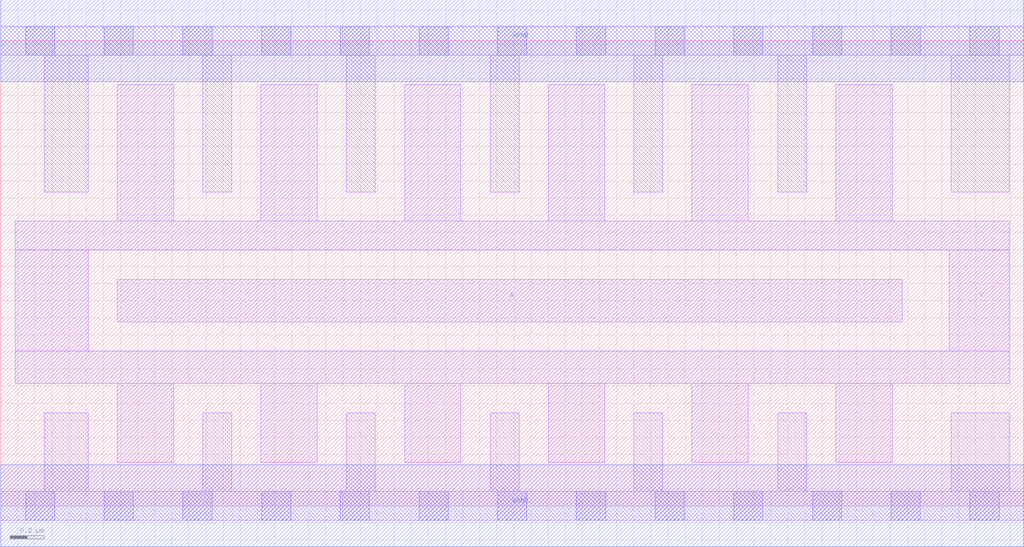
<source format=lef>
# Copyright 2020 The SkyWater PDK Authors
#
# Licensed under the Apache License, Version 2.0 (the "License");
# you may not use this file except in compliance with the License.
# You may obtain a copy of the License at
#
#     https://www.apache.org/licenses/LICENSE-2.0
#
# Unless required by applicable law or agreed to in writing, software
# distributed under the License is distributed on an "AS IS" BASIS,
# WITHOUT WARRANTIES OR CONDITIONS OF ANY KIND, either express or implied.
# See the License for the specific language governing permissions and
# limitations under the License.
#
# SPDX-License-Identifier: Apache-2.0

VERSION 5.7 ;
  NAMESCASESENSITIVE ON ;
  NOWIREEXTENSIONATPIN ON ;
  DIVIDERCHAR "/" ;
  BUSBITCHARS "[]" ;
UNITS
  DATABASE MICRONS 200 ;
END UNITS
MACRO sky130_fd_sc_hd__inv_12
  CLASS CORE ;
  SOURCE USER ;
  FOREIGN sky130_fd_sc_hd__inv_12 ;
  ORIGIN  0.000000  0.000000 ;
  SIZE  5.980000 BY  2.720000 ;
  SYMMETRY X Y R90 ;
  SITE unithd ;
  PIN A
    ANTENNAGATEAREA  2.970000 ;
    DIRECTION INPUT ;
    USE SIGNAL ;
    PORT
      LAYER li1 ;
        RECT 0.680000 1.075000 5.270000 1.325000 ;
    END
  END A
  PIN Y
    ANTENNADIFFAREA  2.673000 ;
    DIRECTION OUTPUT ;
    USE SIGNAL ;
    PORT
      LAYER li1 ;
        RECT 0.085000 0.715000 5.895000 0.905000 ;
        RECT 0.085000 0.905000 0.510000 1.495000 ;
        RECT 0.085000 1.495000 5.895000 1.665000 ;
        RECT 0.680000 0.255000 1.010000 0.715000 ;
        RECT 0.680000 1.665000 1.010000 2.465000 ;
        RECT 1.520000 0.255000 1.850000 0.715000 ;
        RECT 1.520000 1.665000 1.850000 2.465000 ;
        RECT 2.360000 0.255000 2.690000 0.715000 ;
        RECT 2.360000 1.665000 2.690000 2.465000 ;
        RECT 3.200000 0.255000 3.530000 0.715000 ;
        RECT 3.200000 1.665000 3.530000 2.465000 ;
        RECT 4.040000 0.255000 4.370000 0.715000 ;
        RECT 4.040000 1.665000 4.370000 2.465000 ;
        RECT 4.880000 0.255000 5.210000 0.715000 ;
        RECT 4.880000 1.665000 5.210000 2.465000 ;
        RECT 5.545000 0.905000 5.895000 1.495000 ;
    END
  END Y
  PIN VGND
    DIRECTION INOUT ;
    SHAPE ABUTMENT ;
    USE GROUND ;
    PORT
      LAYER met1 ;
        RECT 0.000000 -0.240000 5.980000 0.240000 ;
    END
  END VGND
  PIN VPWR
    DIRECTION INOUT ;
    SHAPE ABUTMENT ;
    USE POWER ;
    PORT
      LAYER met1 ;
        RECT 0.000000 2.480000 5.980000 2.960000 ;
    END
  END VPWR
  OBS
    LAYER li1 ;
      RECT 0.000000 -0.085000 5.980000 0.085000 ;
      RECT 0.000000  2.635000 5.980000 2.805000 ;
      RECT 0.255000  0.085000 0.510000 0.545000 ;
      RECT 0.255000  1.835000 0.510000 2.635000 ;
      RECT 1.180000  0.085000 1.350000 0.545000 ;
      RECT 1.180000  1.835000 1.350000 2.635000 ;
      RECT 2.020000  0.085000 2.190000 0.545000 ;
      RECT 2.020000  1.835000 2.190000 2.635000 ;
      RECT 2.860000  0.085000 3.030000 0.545000 ;
      RECT 2.860000  1.835000 3.030000 2.635000 ;
      RECT 3.700000  0.085000 3.870000 0.545000 ;
      RECT 3.700000  1.835000 3.870000 2.635000 ;
      RECT 4.540000  0.085000 4.710000 0.545000 ;
      RECT 4.540000  1.835000 4.710000 2.635000 ;
      RECT 5.555000  0.085000 5.895000 0.545000 ;
      RECT 5.555000  1.835000 5.895000 2.635000 ;
    LAYER mcon ;
      RECT 0.145000 -0.085000 0.315000 0.085000 ;
      RECT 0.145000  2.635000 0.315000 2.805000 ;
      RECT 0.605000 -0.085000 0.775000 0.085000 ;
      RECT 0.605000  2.635000 0.775000 2.805000 ;
      RECT 1.065000 -0.085000 1.235000 0.085000 ;
      RECT 1.065000  2.635000 1.235000 2.805000 ;
      RECT 1.525000 -0.085000 1.695000 0.085000 ;
      RECT 1.525000  2.635000 1.695000 2.805000 ;
      RECT 1.985000 -0.085000 2.155000 0.085000 ;
      RECT 1.985000  2.635000 2.155000 2.805000 ;
      RECT 2.445000 -0.085000 2.615000 0.085000 ;
      RECT 2.445000  2.635000 2.615000 2.805000 ;
      RECT 2.905000 -0.085000 3.075000 0.085000 ;
      RECT 2.905000  2.635000 3.075000 2.805000 ;
      RECT 3.365000 -0.085000 3.535000 0.085000 ;
      RECT 3.365000  2.635000 3.535000 2.805000 ;
      RECT 3.825000 -0.085000 3.995000 0.085000 ;
      RECT 3.825000  2.635000 3.995000 2.805000 ;
      RECT 4.285000 -0.085000 4.455000 0.085000 ;
      RECT 4.285000  2.635000 4.455000 2.805000 ;
      RECT 4.745000 -0.085000 4.915000 0.085000 ;
      RECT 4.745000  2.635000 4.915000 2.805000 ;
      RECT 5.205000 -0.085000 5.375000 0.085000 ;
      RECT 5.205000  2.635000 5.375000 2.805000 ;
      RECT 5.665000 -0.085000 5.835000 0.085000 ;
      RECT 5.665000  2.635000 5.835000 2.805000 ;
  END
END sky130_fd_sc_hd__inv_12
END LIBRARY

</source>
